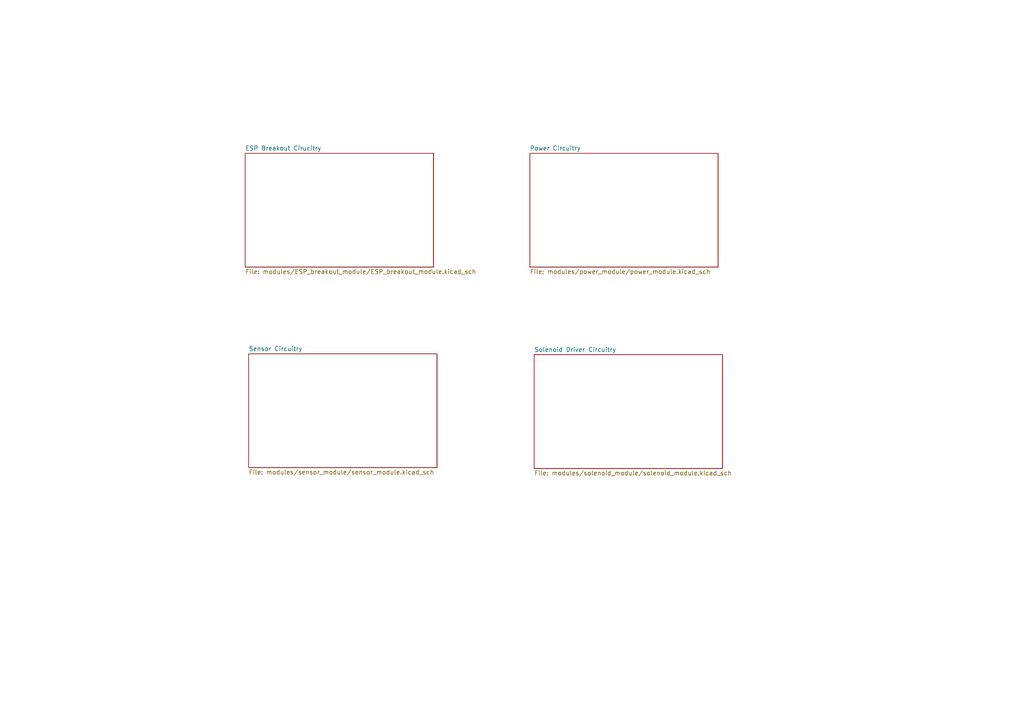
<source format=kicad_sch>
(kicad_sch
	(version 20231120)
	(generator "eeschema")
	(generator_version "8.0")
	(uuid "9b1a1d2a-fad7-4f10-83f3-1f83e9656c75")
	(paper "A4")
	(title_block
		(title "Upper Launch Control Board")
		(rev "A")
		(company "Queen's Rocket Engineering Team")
	)
	(lib_symbols)
	(sheet
		(at 72.136 102.616)
		(size 54.61 33.02)
		(fields_autoplaced yes)
		(stroke
			(width 0.1524)
			(type solid)
		)
		(fill
			(color 0 0 0 0.0000)
		)
		(uuid "03f1622b-3dda-4e29-911f-7cc762ec6c20")
		(property "Sheetname" "Sensor Circuitry"
			(at 72.136 101.9044 0)
			(effects
				(font
					(size 1.27 1.27)
				)
				(justify left bottom)
			)
		)
		(property "Sheetfile" "modules/sensor_module/sensor_module.kicad_sch"
			(at 72.136 136.2206 0)
			(effects
				(font
					(size 1.27 1.27)
				)
				(justify left top)
			)
		)
		(instances
			(project "upper_lc_board"
				(path "/9b1a1d2a-fad7-4f10-83f3-1f83e9656c75"
					(page "4")
				)
			)
		)
	)
	(sheet
		(at 71.12 44.45)
		(size 54.61 33.02)
		(fields_autoplaced yes)
		(stroke
			(width 0.1524)
			(type solid)
		)
		(fill
			(color 0 0 0 0.0000)
		)
		(uuid "1d6cfe1a-a78a-448d-9dfa-b2b78f04d682")
		(property "Sheetname" "ESP Breakout Cirucitry"
			(at 71.12 43.7384 0)
			(effects
				(font
					(size 1.27 1.27)
				)
				(justify left bottom)
			)
		)
		(property "Sheetfile" "modules/ESP_breakout_module/ESP_breakout_module.kicad_sch"
			(at 71.12 78.0546 0)
			(effects
				(font
					(size 1.27 1.27)
				)
				(justify left top)
			)
		)
		(instances
			(project "upper_lc_board"
				(path "/9b1a1d2a-fad7-4f10-83f3-1f83e9656c75"
					(page "2")
				)
			)
		)
	)
	(sheet
		(at 153.67 44.45)
		(size 54.61 33.02)
		(fields_autoplaced yes)
		(stroke
			(width 0.1524)
			(type solid)
		)
		(fill
			(color 0 0 0 0.0000)
		)
		(uuid "4448a9b0-3cba-4e30-89c0-980036e20f76")
		(property "Sheetname" "Power Circuitry"
			(at 153.67 43.7384 0)
			(effects
				(font
					(size 1.27 1.27)
				)
				(justify left bottom)
			)
		)
		(property "Sheetfile" "modules/power_module/power_module.kicad_sch"
			(at 153.67 78.0546 0)
			(effects
				(font
					(size 1.27 1.27)
				)
				(justify left top)
			)
		)
		(instances
			(project "upper_lc_board"
				(path "/9b1a1d2a-fad7-4f10-83f3-1f83e9656c75"
					(page "3")
				)
			)
		)
	)
	(sheet
		(at 154.94 102.87)
		(size 54.61 33.02)
		(fields_autoplaced yes)
		(stroke
			(width 0.1524)
			(type solid)
		)
		(fill
			(color 0 0 0 0.0000)
		)
		(uuid "f003a3ad-0ca0-4253-bb6a-1aee93b0e37f")
		(property "Sheetname" "Solenoid Driver Circuitry"
			(at 154.94 102.1584 0)
			(effects
				(font
					(size 1.27 1.27)
				)
				(justify left bottom)
			)
		)
		(property "Sheetfile" "modules/solenoid_module/solenoid_module.kicad_sch"
			(at 154.94 136.4746 0)
			(effects
				(font
					(size 1.27 1.27)
				)
				(justify left top)
			)
		)
		(instances
			(project "upper_lc_board"
				(path "/9b1a1d2a-fad7-4f10-83f3-1f83e9656c75"
					(page "5")
				)
			)
		)
	)
	(sheet_instances
		(path "/"
			(page "1")
		)
	)
)

</source>
